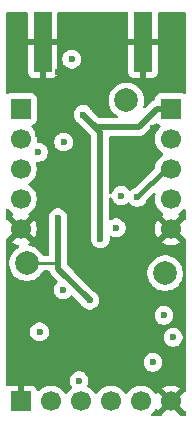
<source format=gbr>
%TF.GenerationSoftware,KiCad,Pcbnew,9.0.2*%
%TF.CreationDate,2025-10-14T12:10:58+02:00*%
%TF.ProjectId,1p6V_to_m1p6V_bias_gum,31703656-5f74-46f5-9f6d-317036565f62,rev?*%
%TF.SameCoordinates,Original*%
%TF.FileFunction,Copper,L4,Bot*%
%TF.FilePolarity,Positive*%
%FSLAX46Y46*%
G04 Gerber Fmt 4.6, Leading zero omitted, Abs format (unit mm)*
G04 Created by KiCad (PCBNEW 9.0.2) date 2025-10-14 12:10:58*
%MOMM*%
%LPD*%
G01*
G04 APERTURE LIST*
%TA.AperFunction,ComponentPad*%
%ADD10C,2.000000*%
%TD*%
%TA.AperFunction,ComponentPad*%
%ADD11R,1.700000X1.700000*%
%TD*%
%TA.AperFunction,ComponentPad*%
%ADD12C,1.700000*%
%TD*%
%TA.AperFunction,SMDPad,CuDef*%
%ADD13R,1.500000X5.080000*%
%TD*%
%TA.AperFunction,ViaPad*%
%ADD14C,0.600000*%
%TD*%
%TA.AperFunction,Conductor*%
%ADD15C,0.500000*%
%TD*%
%TA.AperFunction,Conductor*%
%ADD16C,0.400000*%
%TD*%
%TA.AperFunction,Conductor*%
%ADD17C,0.250000*%
%TD*%
G04 APERTURE END LIST*
D10*
%TO.P,TP1,1*%
%TO.N,/3.3VA*%
X82750000Y-75200000D03*
%TD*%
D11*
%TO.P,CG1,A1,5V*%
%TO.N,/5V*%
X82240000Y-62150000D03*
D12*
%TO.P,CG1,A2,3V3*%
%TO.N,/3.3V*%
X82240000Y-64690000D03*
%TO.P,CG1,A3,SDA*%
%TO.N,/SDA*%
X82240000Y-67230000D03*
%TO.P,CG1,A4,SCL*%
%TO.N,/SCL*%
X82240000Y-69770000D03*
%TO.P,CG1,A5,GND*%
%TO.N,GND*%
X82240000Y-72310000D03*
D11*
%TO.P,CG1,B1,5V*%
%TO.N,/5V*%
X94940000Y-62150000D03*
D12*
%TO.P,CG1,B2,VDDIO*%
%TO.N,unconnected-(CG1-VDDIO-PadB2)*%
X94940000Y-64690000D03*
%TO.P,CG1,B3,-5V*%
%TO.N,/-5V*%
X94940000Y-67230000D03*
%TO.P,CG1,B4,ENABLE*%
%TO.N,/enable*%
X94940000Y-69770000D03*
%TO.P,CG1,B5,GND*%
%TO.N,GND*%
X94940000Y-72310000D03*
D11*
%TO.P,CG1,C1,GND*%
X82240000Y-86915000D03*
D12*
%TO.P,CG1,C2,OUT_1*%
%TO.N,/V_bias*%
X84780000Y-86915000D03*
%TO.P,CG1,C3,OUT_2*%
X87320000Y-86915000D03*
%TO.P,CG1,C4,OUT_3*%
%TO.N,/Vout_diff*%
X89860000Y-86915000D03*
%TO.P,CG1,C5,OUT_4*%
%TO.N,/Vout_B*%
X92400000Y-86915000D03*
%TO.P,CG1,C6,GND*%
%TO.N,GND*%
X94940000Y-86915000D03*
%TD*%
D10*
%TO.P,TP4,1*%
%TO.N,/V_bias*%
X91175000Y-61425000D03*
%TD*%
D13*
%TO.P,J1,2,Ext*%
%TO.N,GND*%
X84075000Y-56500000D03*
X92575000Y-56500000D03*
%TD*%
D10*
%TO.P,TP2,1*%
%TO.N,/-3.3VA*%
X94450000Y-76050000D03*
%TD*%
D14*
%TO.N,GND*%
X90050000Y-75575000D03*
X83700000Y-64275000D03*
X85377500Y-58997500D03*
X93720000Y-85730000D03*
X95370000Y-58380000D03*
X92250000Y-74375000D03*
X86330000Y-69450000D03*
X81630000Y-59580000D03*
X90125000Y-82375000D03*
X95390000Y-59620000D03*
X93425000Y-63800000D03*
X95390000Y-55980000D03*
X81630000Y-57200000D03*
X87950000Y-66300000D03*
X81630000Y-55940000D03*
X93450000Y-60825000D03*
X92625000Y-78675000D03*
X81610000Y-58340000D03*
X95390000Y-57240000D03*
%TO.N,/enable*%
X95120000Y-81490000D03*
X90300000Y-72225000D03*
X90719975Y-69480025D03*
%TO.N,/5V*%
X88950000Y-73135000D03*
X93420000Y-83600000D03*
X87500000Y-62625000D03*
%TO.N,/-5V*%
X92081251Y-69631251D03*
%TO.N,/3.3VA*%
X88060000Y-78330000D03*
X94350000Y-79625000D03*
X85375000Y-71375000D03*
%TO.N,/V_bias*%
X86550000Y-57925000D03*
X83820000Y-81030000D03*
%TO.N,Net-(U1-FB)*%
X87160000Y-85170000D03*
X85810000Y-77470000D03*
%TO.N,/SCL*%
X85857500Y-64950000D03*
%TO.N,/SDA*%
X83707264Y-65822753D03*
%TD*%
D15*
%TO.N,/5V*%
X93758636Y-62150000D02*
X94940000Y-62150000D01*
X88950000Y-64075000D02*
X88950000Y-73135000D01*
X87500000Y-62625000D02*
X88575000Y-63700000D01*
X87500000Y-62625000D02*
X88950000Y-64075000D01*
X88575000Y-63700000D02*
X92208636Y-63700000D01*
X92208636Y-63700000D02*
X93758636Y-62150000D01*
D16*
%TO.N,/-5V*%
X94940000Y-67230000D02*
X94482502Y-67230000D01*
X94482502Y-67230000D02*
X92081251Y-69631251D01*
D15*
%TO.N,/3.3VA*%
X85400000Y-75670000D02*
X88060000Y-78330000D01*
X85400000Y-71400000D02*
X85400000Y-75325000D01*
X85375000Y-71375000D02*
X85400000Y-71400000D01*
X85400000Y-75325000D02*
X85400000Y-75670000D01*
D17*
X85275000Y-75200000D02*
X85400000Y-75325000D01*
X82750000Y-75200000D02*
X85275000Y-75200000D01*
%TD*%
%TA.AperFunction,Conductor*%
%TO.N,GND*%
G36*
X94474075Y-87107993D02*
G01*
X94539901Y-87222007D01*
X94632993Y-87315099D01*
X94747007Y-87380925D01*
X94810590Y-87397962D01*
X94178282Y-88030269D01*
X94179109Y-88040770D01*
X94164745Y-88109148D01*
X94115694Y-88158905D01*
X94055491Y-88174500D01*
X93345689Y-88174500D01*
X93278650Y-88154815D01*
X93232895Y-88102011D01*
X93222951Y-88032853D01*
X93251976Y-87969297D01*
X93272804Y-87950181D01*
X93279792Y-87945104D01*
X93430104Y-87794792D01*
X93430106Y-87794788D01*
X93430109Y-87794786D01*
X93506055Y-87690254D01*
X93555051Y-87622816D01*
X93559793Y-87613508D01*
X93607763Y-87562711D01*
X93675583Y-87545911D01*
X93741719Y-87568445D01*
X93780763Y-87613500D01*
X93785373Y-87622547D01*
X93824728Y-87676716D01*
X94457037Y-87044408D01*
X94474075Y-87107993D01*
G37*
%TD.AperFunction*%
%TA.AperFunction,Conductor*%
G36*
X96055269Y-87676716D02*
G01*
X96065770Y-87675890D01*
X96134148Y-87690254D01*
X96183905Y-87739305D01*
X96199500Y-87799508D01*
X96199500Y-88050500D01*
X96179815Y-88117539D01*
X96127011Y-88163294D01*
X96075500Y-88174500D01*
X95824509Y-88174500D01*
X95757470Y-88154815D01*
X95711715Y-88102011D01*
X95700891Y-88040772D01*
X95701717Y-88030270D01*
X95069408Y-87397962D01*
X95132993Y-87380925D01*
X95247007Y-87315099D01*
X95340099Y-87222007D01*
X95405925Y-87107993D01*
X95422962Y-87044408D01*
X96055269Y-87676716D01*
G37*
%TD.AperFunction*%
%TA.AperFunction,Conductor*%
G36*
X82768039Y-53950185D02*
G01*
X82813794Y-54002989D01*
X82825000Y-54054500D01*
X82825000Y-56250000D01*
X85325000Y-56250000D01*
X85325000Y-54054500D01*
X85344685Y-53987461D01*
X85397489Y-53941706D01*
X85449000Y-53930500D01*
X91201000Y-53930500D01*
X91268039Y-53950185D01*
X91313794Y-54002989D01*
X91325000Y-54054500D01*
X91325000Y-56250000D01*
X93825000Y-56250000D01*
X93825000Y-54054500D01*
X93844685Y-53987461D01*
X93897489Y-53941706D01*
X93949000Y-53930500D01*
X96075500Y-53930500D01*
X96142539Y-53950185D01*
X96188294Y-54002989D01*
X96199500Y-54054500D01*
X96199500Y-60739960D01*
X96179815Y-60806999D01*
X96127011Y-60852754D01*
X96057853Y-60862698D01*
X96032167Y-60856142D01*
X95897482Y-60805908D01*
X95897483Y-60805908D01*
X95837883Y-60799501D01*
X95837881Y-60799500D01*
X95837873Y-60799500D01*
X95837864Y-60799500D01*
X94042129Y-60799500D01*
X94042123Y-60799501D01*
X93982516Y-60805908D01*
X93847671Y-60856202D01*
X93847664Y-60856206D01*
X93732455Y-60942452D01*
X93732452Y-60942455D01*
X93646206Y-61057664D01*
X93646202Y-61057671D01*
X93595908Y-61192517D01*
X93589501Y-61252116D01*
X93589501Y-61252123D01*
X93589500Y-61252135D01*
X93589500Y-61324869D01*
X93584936Y-61340409D01*
X93585371Y-61356602D01*
X93575294Y-61373245D01*
X93569815Y-61391908D01*
X93557194Y-61403143D01*
X93549186Y-61416372D01*
X93525166Y-61431657D01*
X93520017Y-61436242D01*
X93516530Y-61437948D01*
X93403141Y-61484916D01*
X93362281Y-61512218D01*
X93355373Y-61516833D01*
X93355366Y-61516837D01*
X93280225Y-61567043D01*
X93280220Y-61567047D01*
X92795680Y-62051587D01*
X92734357Y-62085072D01*
X92664665Y-62080088D01*
X92608732Y-62038216D01*
X92584315Y-61972752D01*
X92590067Y-61925590D01*
X92638553Y-61776368D01*
X92671706Y-61567048D01*
X92675500Y-61543097D01*
X92675500Y-61306902D01*
X92638553Y-61073631D01*
X92595931Y-60942455D01*
X92565568Y-60849008D01*
X92565566Y-60849005D01*
X92565566Y-60849003D01*
X92458342Y-60638566D01*
X92319517Y-60447490D01*
X92152510Y-60280483D01*
X91961433Y-60141657D01*
X91750996Y-60034433D01*
X91526368Y-59961446D01*
X91293097Y-59924500D01*
X91293092Y-59924500D01*
X91056908Y-59924500D01*
X91056903Y-59924500D01*
X90823631Y-59961446D01*
X90599003Y-60034433D01*
X90388566Y-60141657D01*
X90279550Y-60220862D01*
X90197490Y-60280483D01*
X90197488Y-60280485D01*
X90197487Y-60280485D01*
X90030485Y-60447487D01*
X90030485Y-60447488D01*
X90030483Y-60447490D01*
X89970862Y-60529550D01*
X89891657Y-60638566D01*
X89784433Y-60849003D01*
X89711446Y-61073631D01*
X89674500Y-61306902D01*
X89674500Y-61543097D01*
X89711446Y-61776368D01*
X89784433Y-62000996D01*
X89891657Y-62211433D01*
X90030483Y-62402510D01*
X90197490Y-62569517D01*
X90340797Y-62673636D01*
X90388568Y-62708344D01*
X90401661Y-62715015D01*
X90452458Y-62762989D01*
X90469253Y-62830810D01*
X90446716Y-62896945D01*
X90392001Y-62940397D01*
X90345367Y-62949500D01*
X88937229Y-62949500D01*
X88870190Y-62929815D01*
X88849548Y-62913181D01*
X88246071Y-62309703D01*
X88219191Y-62269475D01*
X88209394Y-62245821D01*
X88186417Y-62211433D01*
X88121789Y-62114710D01*
X88010292Y-62003213D01*
X88010288Y-62003210D01*
X87879185Y-61915609D01*
X87879172Y-61915602D01*
X87733501Y-61855264D01*
X87733489Y-61855261D01*
X87578845Y-61824500D01*
X87578842Y-61824500D01*
X87421158Y-61824500D01*
X87421155Y-61824500D01*
X87266510Y-61855261D01*
X87266498Y-61855264D01*
X87120827Y-61915602D01*
X87120814Y-61915609D01*
X86989711Y-62003210D01*
X86989707Y-62003213D01*
X86878213Y-62114707D01*
X86878210Y-62114711D01*
X86790609Y-62245814D01*
X86790602Y-62245827D01*
X86730264Y-62391498D01*
X86730261Y-62391510D01*
X86699500Y-62546153D01*
X86699500Y-62703846D01*
X86730261Y-62858489D01*
X86730264Y-62858501D01*
X86790602Y-63004172D01*
X86790609Y-63004185D01*
X86878210Y-63135288D01*
X86878213Y-63135292D01*
X86989710Y-63246789D01*
X87120815Y-63334390D01*
X87120821Y-63334394D01*
X87144475Y-63344191D01*
X87184703Y-63371071D01*
X88163181Y-64349548D01*
X88196666Y-64410871D01*
X88199500Y-64437229D01*
X88199500Y-72830396D01*
X88190062Y-72877844D01*
X88180263Y-72901503D01*
X88180262Y-72901506D01*
X88180260Y-72901511D01*
X88149500Y-73056153D01*
X88149500Y-73213846D01*
X88180261Y-73368489D01*
X88180264Y-73368501D01*
X88240602Y-73514172D01*
X88240609Y-73514185D01*
X88328210Y-73645288D01*
X88328213Y-73645292D01*
X88439707Y-73756786D01*
X88439711Y-73756789D01*
X88570814Y-73844390D01*
X88570827Y-73844397D01*
X88641222Y-73873555D01*
X88716503Y-73904737D01*
X88871153Y-73935499D01*
X88871156Y-73935500D01*
X88871158Y-73935500D01*
X89028844Y-73935500D01*
X89028845Y-73935499D01*
X89183497Y-73904737D01*
X89329179Y-73844394D01*
X89460289Y-73756789D01*
X89571789Y-73645289D01*
X89659394Y-73514179D01*
X89719737Y-73368497D01*
X89750500Y-73213842D01*
X89750500Y-73056158D01*
X89750500Y-73050066D01*
X89753209Y-73050066D01*
X89764049Y-72992906D01*
X89812113Y-72942195D01*
X89879964Y-72925519D01*
X89921884Y-72934834D01*
X90066503Y-72994737D01*
X90221153Y-73025499D01*
X90221156Y-73025500D01*
X90221158Y-73025500D01*
X90378844Y-73025500D01*
X90378845Y-73025499D01*
X90533497Y-72994737D01*
X90660346Y-72942195D01*
X90679172Y-72934397D01*
X90679172Y-72934396D01*
X90679179Y-72934394D01*
X90810289Y-72846789D01*
X90921789Y-72735289D01*
X91009394Y-72604179D01*
X91069737Y-72458497D01*
X91100500Y-72303842D01*
X91100500Y-72146158D01*
X91100500Y-72146155D01*
X91100499Y-72146153D01*
X91094701Y-72117007D01*
X91069737Y-71991503D01*
X91035937Y-71909901D01*
X91009397Y-71845827D01*
X91009390Y-71845814D01*
X90921789Y-71714711D01*
X90921786Y-71714707D01*
X90810292Y-71603213D01*
X90810288Y-71603210D01*
X90679185Y-71515609D01*
X90679172Y-71515602D01*
X90533501Y-71455264D01*
X90533489Y-71455261D01*
X90378845Y-71424500D01*
X90378842Y-71424500D01*
X90221158Y-71424500D01*
X90221155Y-71424500D01*
X90066510Y-71455261D01*
X90066498Y-71455264D01*
X89920827Y-71515602D01*
X89920816Y-71515608D01*
X89893390Y-71533934D01*
X89826712Y-71554811D01*
X89759332Y-71536326D01*
X89712643Y-71484346D01*
X89700500Y-71430831D01*
X89700500Y-69716998D01*
X89720185Y-69649959D01*
X89772989Y-69604204D01*
X89842147Y-69594260D01*
X89905703Y-69623285D01*
X89943477Y-69682063D01*
X89946117Y-69692807D01*
X89950236Y-69713514D01*
X89950239Y-69713526D01*
X90010577Y-69859197D01*
X90010584Y-69859210D01*
X90098185Y-69990313D01*
X90098188Y-69990317D01*
X90209682Y-70101811D01*
X90209686Y-70101814D01*
X90340789Y-70189415D01*
X90340802Y-70189422D01*
X90486473Y-70249760D01*
X90486478Y-70249762D01*
X90641128Y-70280524D01*
X90641131Y-70280525D01*
X90641133Y-70280525D01*
X90798819Y-70280525D01*
X90798820Y-70280524D01*
X90953472Y-70249762D01*
X91066141Y-70203092D01*
X91099147Y-70189422D01*
X91099147Y-70189421D01*
X91099154Y-70189419D01*
X91230264Y-70101814D01*
X91244905Y-70087172D01*
X91306226Y-70053687D01*
X91375917Y-70058670D01*
X91431852Y-70100540D01*
X91435689Y-70105962D01*
X91459461Y-70141539D01*
X91459464Y-70141543D01*
X91570958Y-70253037D01*
X91570962Y-70253040D01*
X91702065Y-70340641D01*
X91702078Y-70340648D01*
X91847749Y-70400986D01*
X91847754Y-70400988D01*
X92002404Y-70431750D01*
X92002407Y-70431751D01*
X92002409Y-70431751D01*
X92160095Y-70431751D01*
X92160096Y-70431750D01*
X92314748Y-70400988D01*
X92460430Y-70340645D01*
X92591540Y-70253040D01*
X92703040Y-70141540D01*
X92790645Y-70010430D01*
X92790646Y-70010427D01*
X92790648Y-70010424D01*
X92850443Y-69866063D01*
X92877320Y-69825837D01*
X93437235Y-69265922D01*
X93498556Y-69232439D01*
X93568248Y-69237423D01*
X93624181Y-69279295D01*
X93648598Y-69344759D01*
X93642845Y-69391922D01*
X93622754Y-69453755D01*
X93622753Y-69453759D01*
X93589500Y-69663713D01*
X93589500Y-69876286D01*
X93617597Y-70053687D01*
X93622754Y-70086243D01*
X93685880Y-70280525D01*
X93688444Y-70288414D01*
X93784951Y-70477820D01*
X93909890Y-70649786D01*
X94060213Y-70800109D01*
X94232179Y-70925048D01*
X94232181Y-70925049D01*
X94232184Y-70925051D01*
X94241493Y-70929794D01*
X94292290Y-70977766D01*
X94309087Y-71045587D01*
X94286552Y-71111722D01*
X94241505Y-71150760D01*
X94232446Y-71155376D01*
X94232440Y-71155380D01*
X94178282Y-71194727D01*
X94178282Y-71194728D01*
X94810591Y-71827037D01*
X94747007Y-71844075D01*
X94632993Y-71909901D01*
X94539901Y-72002993D01*
X94474075Y-72117007D01*
X94457037Y-72180591D01*
X93824728Y-71548282D01*
X93824727Y-71548282D01*
X93785380Y-71602439D01*
X93688904Y-71791782D01*
X93623242Y-71993869D01*
X93623242Y-71993872D01*
X93590000Y-72203753D01*
X93590000Y-72416246D01*
X93623242Y-72626127D01*
X93623242Y-72626130D01*
X93688904Y-72828217D01*
X93785375Y-73017550D01*
X93824728Y-73071716D01*
X94457037Y-72439408D01*
X94474075Y-72502993D01*
X94539901Y-72617007D01*
X94632993Y-72710099D01*
X94747007Y-72775925D01*
X94810590Y-72792962D01*
X94178282Y-73425269D01*
X94178282Y-73425270D01*
X94232449Y-73464624D01*
X94421782Y-73561095D01*
X94623870Y-73626757D01*
X94833754Y-73660000D01*
X95046246Y-73660000D01*
X95256127Y-73626757D01*
X95256130Y-73626757D01*
X95458217Y-73561095D01*
X95647554Y-73464622D01*
X95701716Y-73425270D01*
X95701717Y-73425270D01*
X95069408Y-72792962D01*
X95132993Y-72775925D01*
X95247007Y-72710099D01*
X95340099Y-72617007D01*
X95405925Y-72502993D01*
X95422962Y-72439408D01*
X96055269Y-73071716D01*
X96065770Y-73070890D01*
X96134148Y-73085254D01*
X96183905Y-73134305D01*
X96199500Y-73194508D01*
X96199500Y-86030490D01*
X96179815Y-86097529D01*
X96127011Y-86143284D01*
X96065772Y-86154108D01*
X96055270Y-86153281D01*
X95422962Y-86785590D01*
X95405925Y-86722007D01*
X95340099Y-86607993D01*
X95247007Y-86514901D01*
X95132993Y-86449075D01*
X95069409Y-86432037D01*
X95701716Y-85799728D01*
X95647550Y-85760375D01*
X95458217Y-85663904D01*
X95256129Y-85598242D01*
X95046246Y-85565000D01*
X94833754Y-85565000D01*
X94623872Y-85598242D01*
X94623869Y-85598242D01*
X94421782Y-85663904D01*
X94232439Y-85760380D01*
X94178282Y-85799727D01*
X94178282Y-85799728D01*
X94810591Y-86432037D01*
X94747007Y-86449075D01*
X94632993Y-86514901D01*
X94539901Y-86607993D01*
X94474075Y-86722007D01*
X94457037Y-86785591D01*
X93824728Y-86153282D01*
X93824727Y-86153282D01*
X93785380Y-86207440D01*
X93785376Y-86207446D01*
X93780760Y-86216505D01*
X93732781Y-86267297D01*
X93664959Y-86284087D01*
X93598826Y-86261543D01*
X93559794Y-86216493D01*
X93555051Y-86207184D01*
X93555049Y-86207181D01*
X93555048Y-86207179D01*
X93430109Y-86035213D01*
X93279786Y-85884890D01*
X93107820Y-85759951D01*
X92918414Y-85663444D01*
X92918413Y-85663443D01*
X92918412Y-85663443D01*
X92716243Y-85597754D01*
X92716241Y-85597753D01*
X92716240Y-85597753D01*
X92554957Y-85572208D01*
X92506287Y-85564500D01*
X92293713Y-85564500D01*
X92245042Y-85572208D01*
X92083760Y-85597753D01*
X91881585Y-85663444D01*
X91692179Y-85759951D01*
X91520213Y-85884890D01*
X91369890Y-86035213D01*
X91244949Y-86207182D01*
X91240484Y-86215946D01*
X91192509Y-86266742D01*
X91124688Y-86283536D01*
X91058553Y-86260998D01*
X91019516Y-86215946D01*
X91015050Y-86207182D01*
X90890109Y-86035213D01*
X90739786Y-85884890D01*
X90567820Y-85759951D01*
X90378414Y-85663444D01*
X90378413Y-85663443D01*
X90378412Y-85663443D01*
X90176243Y-85597754D01*
X90176241Y-85597753D01*
X90176240Y-85597753D01*
X90014957Y-85572208D01*
X89966287Y-85564500D01*
X89753713Y-85564500D01*
X89705042Y-85572208D01*
X89543760Y-85597753D01*
X89341585Y-85663444D01*
X89152179Y-85759951D01*
X88980213Y-85884890D01*
X88829890Y-86035213D01*
X88704949Y-86207182D01*
X88700484Y-86215946D01*
X88652509Y-86266742D01*
X88584688Y-86283536D01*
X88518553Y-86260998D01*
X88479516Y-86215946D01*
X88475050Y-86207182D01*
X88350109Y-86035213D01*
X88199786Y-85884890D01*
X88027819Y-85759951D01*
X88027818Y-85759950D01*
X88027816Y-85759949D01*
X87927044Y-85708603D01*
X87876248Y-85660628D01*
X87859453Y-85592807D01*
X87868778Y-85550665D01*
X87869394Y-85549179D01*
X87929737Y-85403497D01*
X87960500Y-85248842D01*
X87960500Y-85091158D01*
X87960500Y-85091155D01*
X87960499Y-85091153D01*
X87929738Y-84936510D01*
X87929737Y-84936503D01*
X87929735Y-84936498D01*
X87869397Y-84790827D01*
X87869390Y-84790814D01*
X87781789Y-84659711D01*
X87781786Y-84659707D01*
X87670292Y-84548213D01*
X87670288Y-84548210D01*
X87539185Y-84460609D01*
X87539172Y-84460602D01*
X87393501Y-84400264D01*
X87393489Y-84400261D01*
X87238845Y-84369500D01*
X87238842Y-84369500D01*
X87081158Y-84369500D01*
X87081155Y-84369500D01*
X86926510Y-84400261D01*
X86926498Y-84400264D01*
X86780827Y-84460602D01*
X86780814Y-84460609D01*
X86649711Y-84548210D01*
X86649707Y-84548213D01*
X86538213Y-84659707D01*
X86538210Y-84659711D01*
X86450609Y-84790814D01*
X86450602Y-84790827D01*
X86390264Y-84936498D01*
X86390261Y-84936510D01*
X86359500Y-85091153D01*
X86359500Y-85248846D01*
X86390261Y-85403489D01*
X86390264Y-85403501D01*
X86450602Y-85549172D01*
X86450612Y-85549190D01*
X86531979Y-85670965D01*
X86552857Y-85737642D01*
X86534372Y-85805022D01*
X86501763Y-85840173D01*
X86440209Y-85884894D01*
X86289890Y-86035213D01*
X86164949Y-86207182D01*
X86160484Y-86215946D01*
X86112509Y-86266742D01*
X86044688Y-86283536D01*
X85978553Y-86260998D01*
X85939516Y-86215946D01*
X85935050Y-86207182D01*
X85810109Y-86035213D01*
X85659786Y-85884890D01*
X85487820Y-85759951D01*
X85298414Y-85663444D01*
X85298413Y-85663443D01*
X85298412Y-85663443D01*
X85096243Y-85597754D01*
X85096241Y-85597753D01*
X85096240Y-85597753D01*
X84934957Y-85572208D01*
X84886287Y-85564500D01*
X84673713Y-85564500D01*
X84625042Y-85572208D01*
X84463760Y-85597753D01*
X84261585Y-85663444D01*
X84072179Y-85759951D01*
X83900215Y-85884889D01*
X83786285Y-85998819D01*
X83724962Y-86032303D01*
X83655270Y-86027319D01*
X83599337Y-85985447D01*
X83582422Y-85954470D01*
X83533354Y-85822913D01*
X83533350Y-85822906D01*
X83447190Y-85707812D01*
X83447187Y-85707809D01*
X83332093Y-85621649D01*
X83332086Y-85621645D01*
X83197379Y-85571403D01*
X83197372Y-85571401D01*
X83137844Y-85565000D01*
X82490000Y-85565000D01*
X82490000Y-86481988D01*
X82432993Y-86449075D01*
X82305826Y-86415000D01*
X82174174Y-86415000D01*
X82047007Y-86449075D01*
X81990000Y-86481988D01*
X81990000Y-85565000D01*
X81342155Y-85565000D01*
X81282627Y-85571401D01*
X81282619Y-85571403D01*
X81147833Y-85621675D01*
X81078141Y-85626659D01*
X81016818Y-85593174D01*
X80983334Y-85531850D01*
X80980500Y-85505493D01*
X80980500Y-83521153D01*
X92619500Y-83521153D01*
X92619500Y-83678846D01*
X92650261Y-83833489D01*
X92650264Y-83833501D01*
X92710602Y-83979172D01*
X92710609Y-83979185D01*
X92798210Y-84110288D01*
X92798213Y-84110292D01*
X92909707Y-84221786D01*
X92909711Y-84221789D01*
X93040814Y-84309390D01*
X93040827Y-84309397D01*
X93185931Y-84369500D01*
X93186503Y-84369737D01*
X93339967Y-84400263D01*
X93341153Y-84400499D01*
X93341156Y-84400500D01*
X93341158Y-84400500D01*
X93498844Y-84400500D01*
X93498845Y-84400499D01*
X93653497Y-84369737D01*
X93799179Y-84309394D01*
X93930289Y-84221789D01*
X94041789Y-84110289D01*
X94129394Y-83979179D01*
X94189737Y-83833497D01*
X94220500Y-83678842D01*
X94220500Y-83521158D01*
X94220500Y-83521155D01*
X94220499Y-83521153D01*
X94189738Y-83366510D01*
X94189737Y-83366503D01*
X94189735Y-83366498D01*
X94129397Y-83220827D01*
X94129390Y-83220814D01*
X94041789Y-83089711D01*
X94041786Y-83089707D01*
X93930292Y-82978213D01*
X93930288Y-82978210D01*
X93799185Y-82890609D01*
X93799172Y-82890602D01*
X93653501Y-82830264D01*
X93653489Y-82830261D01*
X93498845Y-82799500D01*
X93498842Y-82799500D01*
X93341158Y-82799500D01*
X93341155Y-82799500D01*
X93186510Y-82830261D01*
X93186498Y-82830264D01*
X93040827Y-82890602D01*
X93040814Y-82890609D01*
X92909711Y-82978210D01*
X92909707Y-82978213D01*
X92798213Y-83089707D01*
X92798210Y-83089711D01*
X92710609Y-83220814D01*
X92710602Y-83220827D01*
X92650264Y-83366498D01*
X92650261Y-83366510D01*
X92619500Y-83521153D01*
X80980500Y-83521153D01*
X80980500Y-80951153D01*
X83019500Y-80951153D01*
X83019500Y-81108846D01*
X83050261Y-81263489D01*
X83050264Y-81263501D01*
X83110602Y-81409172D01*
X83110609Y-81409185D01*
X83198210Y-81540288D01*
X83198213Y-81540292D01*
X83309707Y-81651786D01*
X83309711Y-81651789D01*
X83440814Y-81739390D01*
X83440827Y-81739397D01*
X83586498Y-81799735D01*
X83586503Y-81799737D01*
X83741153Y-81830499D01*
X83741156Y-81830500D01*
X83741158Y-81830500D01*
X83898844Y-81830500D01*
X83898845Y-81830499D01*
X84053497Y-81799737D01*
X84199179Y-81739394D01*
X84330289Y-81651789D01*
X84441789Y-81540289D01*
X84528075Y-81411153D01*
X94319500Y-81411153D01*
X94319500Y-81568846D01*
X94350261Y-81723489D01*
X94350264Y-81723501D01*
X94410602Y-81869172D01*
X94410609Y-81869185D01*
X94498210Y-82000288D01*
X94498213Y-82000292D01*
X94609707Y-82111786D01*
X94609711Y-82111789D01*
X94740814Y-82199390D01*
X94740827Y-82199397D01*
X94886498Y-82259735D01*
X94886503Y-82259737D01*
X95041153Y-82290499D01*
X95041156Y-82290500D01*
X95041158Y-82290500D01*
X95198844Y-82290500D01*
X95198845Y-82290499D01*
X95353497Y-82259737D01*
X95499179Y-82199394D01*
X95630289Y-82111789D01*
X95741789Y-82000289D01*
X95829394Y-81869179D01*
X95889737Y-81723497D01*
X95920500Y-81568842D01*
X95920500Y-81411158D01*
X95920500Y-81411155D01*
X95920499Y-81411153D01*
X95891128Y-81263497D01*
X95889737Y-81256503D01*
X95889735Y-81256498D01*
X95829397Y-81110827D01*
X95829390Y-81110814D01*
X95741789Y-80979711D01*
X95741786Y-80979707D01*
X95630292Y-80868213D01*
X95630288Y-80868210D01*
X95499185Y-80780609D01*
X95499172Y-80780602D01*
X95353501Y-80720264D01*
X95353489Y-80720261D01*
X95198845Y-80689500D01*
X95198842Y-80689500D01*
X95041158Y-80689500D01*
X95041155Y-80689500D01*
X94886510Y-80720261D01*
X94886498Y-80720264D01*
X94740827Y-80780602D01*
X94740814Y-80780609D01*
X94609711Y-80868210D01*
X94609707Y-80868213D01*
X94498213Y-80979707D01*
X94498210Y-80979711D01*
X94410609Y-81110814D01*
X94410602Y-81110827D01*
X94350264Y-81256498D01*
X94350261Y-81256510D01*
X94319500Y-81411153D01*
X84528075Y-81411153D01*
X84529394Y-81409179D01*
X84529395Y-81409176D01*
X84529397Y-81409173D01*
X84550753Y-81357614D01*
X84589735Y-81263501D01*
X84589737Y-81263497D01*
X84620500Y-81108842D01*
X84620500Y-80951158D01*
X84620500Y-80951155D01*
X84620499Y-80951153D01*
X84604001Y-80868213D01*
X84589737Y-80796503D01*
X84558157Y-80720261D01*
X84529397Y-80650827D01*
X84529390Y-80650814D01*
X84441789Y-80519711D01*
X84441786Y-80519707D01*
X84330292Y-80408213D01*
X84330288Y-80408210D01*
X84199185Y-80320609D01*
X84199172Y-80320602D01*
X84053501Y-80260264D01*
X84053489Y-80260261D01*
X83898845Y-80229500D01*
X83898842Y-80229500D01*
X83741158Y-80229500D01*
X83741155Y-80229500D01*
X83586510Y-80260261D01*
X83586498Y-80260264D01*
X83440827Y-80320602D01*
X83440814Y-80320609D01*
X83309711Y-80408210D01*
X83309707Y-80408213D01*
X83198213Y-80519707D01*
X83198210Y-80519711D01*
X83110609Y-80650814D01*
X83110602Y-80650827D01*
X83050264Y-80796498D01*
X83050261Y-80796510D01*
X83019500Y-80951153D01*
X80980500Y-80951153D01*
X80980500Y-79546153D01*
X93549500Y-79546153D01*
X93549500Y-79703846D01*
X93580261Y-79858489D01*
X93580264Y-79858501D01*
X93640602Y-80004172D01*
X93640609Y-80004185D01*
X93728210Y-80135288D01*
X93728213Y-80135292D01*
X93839707Y-80246786D01*
X93839711Y-80246789D01*
X93970814Y-80334390D01*
X93970827Y-80334397D01*
X94116498Y-80394735D01*
X94116503Y-80394737D01*
X94271153Y-80425499D01*
X94271156Y-80425500D01*
X94271158Y-80425500D01*
X94428844Y-80425500D01*
X94428845Y-80425499D01*
X94583497Y-80394737D01*
X94729179Y-80334394D01*
X94860289Y-80246789D01*
X94971789Y-80135289D01*
X95059394Y-80004179D01*
X95119737Y-79858497D01*
X95150500Y-79703842D01*
X95150500Y-79546158D01*
X95150500Y-79546155D01*
X95150499Y-79546153D01*
X95119738Y-79391510D01*
X95119737Y-79391503D01*
X95119735Y-79391498D01*
X95059397Y-79245827D01*
X95059390Y-79245814D01*
X94971789Y-79114711D01*
X94971786Y-79114707D01*
X94860292Y-79003213D01*
X94860288Y-79003210D01*
X94729185Y-78915609D01*
X94729172Y-78915602D01*
X94583501Y-78855264D01*
X94583489Y-78855261D01*
X94428845Y-78824500D01*
X94428842Y-78824500D01*
X94271158Y-78824500D01*
X94271155Y-78824500D01*
X94116510Y-78855261D01*
X94116498Y-78855264D01*
X93970827Y-78915602D01*
X93970814Y-78915609D01*
X93839711Y-79003210D01*
X93839707Y-79003213D01*
X93728213Y-79114707D01*
X93728210Y-79114711D01*
X93640609Y-79245814D01*
X93640602Y-79245827D01*
X93580264Y-79391498D01*
X93580261Y-79391510D01*
X93549500Y-79546153D01*
X80980500Y-79546153D01*
X80980500Y-73194508D01*
X81000185Y-73127469D01*
X81052989Y-73081714D01*
X81114230Y-73070890D01*
X81124728Y-73071716D01*
X81757037Y-72439408D01*
X81774075Y-72502993D01*
X81839901Y-72617007D01*
X81932993Y-72710099D01*
X82047007Y-72775925D01*
X82110590Y-72792962D01*
X81478282Y-73425269D01*
X81478282Y-73425270D01*
X81532449Y-73464624D01*
X81721782Y-73561095D01*
X81923869Y-73626757D01*
X81923873Y-73626758D01*
X82011258Y-73640598D01*
X82074393Y-73670527D01*
X82111325Y-73729838D01*
X82110327Y-73799700D01*
X82071718Y-73857933D01*
X82048157Y-73873555D01*
X81963569Y-73916655D01*
X81868028Y-73986070D01*
X81772490Y-74055483D01*
X81772488Y-74055485D01*
X81772487Y-74055485D01*
X81605485Y-74222487D01*
X81605485Y-74222488D01*
X81605483Y-74222490D01*
X81545862Y-74304550D01*
X81466657Y-74413566D01*
X81359433Y-74624003D01*
X81286446Y-74848631D01*
X81249500Y-75081902D01*
X81249500Y-75318097D01*
X81286446Y-75551368D01*
X81359433Y-75775996D01*
X81438872Y-75931902D01*
X81466657Y-75986433D01*
X81605483Y-76177510D01*
X81772490Y-76344517D01*
X81963567Y-76483343D01*
X82062991Y-76534002D01*
X82174003Y-76590566D01*
X82174005Y-76590566D01*
X82174008Y-76590568D01*
X82283032Y-76625992D01*
X82398631Y-76663553D01*
X82631903Y-76700500D01*
X82631908Y-76700500D01*
X82868097Y-76700500D01*
X83101368Y-76663553D01*
X83129538Y-76654400D01*
X83325992Y-76590568D01*
X83536433Y-76483343D01*
X83727510Y-76344517D01*
X83894517Y-76177510D01*
X84033343Y-75986433D01*
X84078665Y-75897483D01*
X84080845Y-75893205D01*
X84128820Y-75842409D01*
X84191330Y-75825500D01*
X84569221Y-75825500D01*
X84586064Y-75830445D01*
X84603622Y-75830367D01*
X84618895Y-75840086D01*
X84636260Y-75845185D01*
X84647872Y-75858526D01*
X84662569Y-75867878D01*
X84678873Y-75894140D01*
X84681783Y-75897483D01*
X84682832Y-75899754D01*
X84734916Y-76025495D01*
X84749057Y-76046658D01*
X84754445Y-76054722D01*
X84754446Y-76054724D01*
X84817051Y-76148420D01*
X85323031Y-76654400D01*
X85356516Y-76715723D01*
X85351532Y-76785415D01*
X85309660Y-76841348D01*
X85304247Y-76845179D01*
X85299713Y-76848208D01*
X85299707Y-76848213D01*
X85188213Y-76959707D01*
X85188210Y-76959711D01*
X85100609Y-77090814D01*
X85100602Y-77090827D01*
X85040264Y-77236498D01*
X85040261Y-77236510D01*
X85009500Y-77391153D01*
X85009500Y-77548846D01*
X85040261Y-77703489D01*
X85040264Y-77703501D01*
X85100602Y-77849172D01*
X85100609Y-77849185D01*
X85188210Y-77980288D01*
X85188213Y-77980292D01*
X85299707Y-78091786D01*
X85299711Y-78091789D01*
X85430814Y-78179390D01*
X85430827Y-78179397D01*
X85576498Y-78239735D01*
X85576503Y-78239737D01*
X85731153Y-78270499D01*
X85731156Y-78270500D01*
X85731158Y-78270500D01*
X85888844Y-78270500D01*
X85888845Y-78270499D01*
X86043497Y-78239737D01*
X86189179Y-78179394D01*
X86320289Y-78091789D01*
X86431789Y-77980289D01*
X86434813Y-77975763D01*
X86488421Y-77930955D01*
X86557746Y-77922243D01*
X86620775Y-77952394D01*
X86625599Y-77956967D01*
X87313927Y-78645295D01*
X87340807Y-78685523D01*
X87350604Y-78709175D01*
X87350609Y-78709185D01*
X87438210Y-78840288D01*
X87438213Y-78840292D01*
X87549707Y-78951786D01*
X87549711Y-78951789D01*
X87680814Y-79039390D01*
X87680827Y-79039397D01*
X87826498Y-79099735D01*
X87826503Y-79099737D01*
X87981153Y-79130499D01*
X87981156Y-79130500D01*
X87981158Y-79130500D01*
X88138844Y-79130500D01*
X88138845Y-79130499D01*
X88293497Y-79099737D01*
X88439179Y-79039394D01*
X88570289Y-78951789D01*
X88681789Y-78840289D01*
X88769394Y-78709179D01*
X88829737Y-78563497D01*
X88860500Y-78408842D01*
X88860500Y-78251158D01*
X88860500Y-78251155D01*
X88860499Y-78251153D01*
X88829738Y-78096510D01*
X88829737Y-78096503D01*
X88781602Y-77980294D01*
X88769397Y-77950827D01*
X88769390Y-77950814D01*
X88681789Y-77819711D01*
X88681786Y-77819707D01*
X88570292Y-77708213D01*
X88570288Y-77708210D01*
X88439185Y-77620609D01*
X88439175Y-77620604D01*
X88415523Y-77610807D01*
X88375295Y-77583927D01*
X86723270Y-75931902D01*
X92949500Y-75931902D01*
X92949500Y-76168097D01*
X92986446Y-76401368D01*
X93059433Y-76625996D01*
X93105152Y-76715723D01*
X93166657Y-76836433D01*
X93305483Y-77027510D01*
X93472490Y-77194517D01*
X93663567Y-77333343D01*
X93762991Y-77384002D01*
X93874003Y-77440566D01*
X93874005Y-77440566D01*
X93874008Y-77440568D01*
X93994412Y-77479689D01*
X94098631Y-77513553D01*
X94331903Y-77550500D01*
X94331908Y-77550500D01*
X94568097Y-77550500D01*
X94801368Y-77513553D01*
X95025992Y-77440568D01*
X95236433Y-77333343D01*
X95427510Y-77194517D01*
X95594517Y-77027510D01*
X95733343Y-76836433D01*
X95840568Y-76625992D01*
X95913553Y-76401368D01*
X95922558Y-76344514D01*
X95950500Y-76168097D01*
X95950500Y-75931902D01*
X95913553Y-75698631D01*
X95840566Y-75474003D01*
X95782036Y-75359132D01*
X95733343Y-75263567D01*
X95594517Y-75072490D01*
X95427510Y-74905483D01*
X95236433Y-74766657D01*
X95025996Y-74659433D01*
X94801368Y-74586446D01*
X94568097Y-74549500D01*
X94568092Y-74549500D01*
X94331908Y-74549500D01*
X94331903Y-74549500D01*
X94098631Y-74586446D01*
X93874003Y-74659433D01*
X93663566Y-74766657D01*
X93554550Y-74845862D01*
X93472490Y-74905483D01*
X93472488Y-74905485D01*
X93472487Y-74905485D01*
X93305485Y-75072487D01*
X93305485Y-75072488D01*
X93305483Y-75072490D01*
X93245862Y-75154550D01*
X93166657Y-75263566D01*
X93059433Y-75474003D01*
X92986446Y-75698631D01*
X92949500Y-75931902D01*
X86723270Y-75931902D01*
X86186819Y-75395451D01*
X86153334Y-75334128D01*
X86150500Y-75307770D01*
X86150500Y-71591735D01*
X86152883Y-71567543D01*
X86175500Y-71453844D01*
X86175500Y-71296155D01*
X86175499Y-71296153D01*
X86147497Y-71155380D01*
X86144737Y-71141503D01*
X86136037Y-71120500D01*
X86084397Y-70995827D01*
X86084390Y-70995814D01*
X85996789Y-70864711D01*
X85996786Y-70864707D01*
X85885292Y-70753213D01*
X85885288Y-70753210D01*
X85754185Y-70665609D01*
X85754172Y-70665602D01*
X85608501Y-70605264D01*
X85608489Y-70605261D01*
X85453845Y-70574500D01*
X85453842Y-70574500D01*
X85296158Y-70574500D01*
X85296155Y-70574500D01*
X85141510Y-70605261D01*
X85141498Y-70605264D01*
X84995827Y-70665602D01*
X84995814Y-70665609D01*
X84864711Y-70753210D01*
X84864707Y-70753213D01*
X84753213Y-70864707D01*
X84753210Y-70864711D01*
X84665609Y-70995814D01*
X84665602Y-70995827D01*
X84605264Y-71141498D01*
X84605261Y-71141510D01*
X84574500Y-71296153D01*
X84574500Y-71453846D01*
X84605261Y-71608489D01*
X84605264Y-71608501D01*
X84640061Y-71692508D01*
X84649500Y-71739960D01*
X84649500Y-74450500D01*
X84629815Y-74517539D01*
X84577011Y-74563294D01*
X84525500Y-74574500D01*
X84191330Y-74574500D01*
X84124291Y-74554815D01*
X84080845Y-74506795D01*
X84033342Y-74413566D01*
X83894517Y-74222490D01*
X83727510Y-74055483D01*
X83536433Y-73916657D01*
X83451841Y-73873555D01*
X83325996Y-73809433D01*
X83101369Y-73736447D01*
X82953985Y-73713103D01*
X82890851Y-73683173D01*
X82853920Y-73623862D01*
X82854918Y-73553999D01*
X82893528Y-73495767D01*
X82917091Y-73480144D01*
X82947554Y-73464622D01*
X83001716Y-73425270D01*
X83001717Y-73425270D01*
X82369408Y-72792962D01*
X82432993Y-72775925D01*
X82547007Y-72710099D01*
X82640099Y-72617007D01*
X82705925Y-72502993D01*
X82722962Y-72439408D01*
X83355270Y-73071717D01*
X83355270Y-73071716D01*
X83394622Y-73017554D01*
X83491095Y-72828217D01*
X83556757Y-72626130D01*
X83556757Y-72626127D01*
X83590000Y-72416246D01*
X83590000Y-72203753D01*
X83556757Y-71993872D01*
X83556757Y-71993869D01*
X83491095Y-71791782D01*
X83394624Y-71602449D01*
X83355270Y-71548282D01*
X83355269Y-71548282D01*
X82722962Y-72180590D01*
X82705925Y-72117007D01*
X82640099Y-72002993D01*
X82547007Y-71909901D01*
X82432993Y-71844075D01*
X82369409Y-71827037D01*
X83001716Y-71194728D01*
X82947547Y-71155373D01*
X82947547Y-71155372D01*
X82938500Y-71150763D01*
X82887706Y-71102788D01*
X82870912Y-71034966D01*
X82893451Y-70968832D01*
X82938508Y-70929793D01*
X82947816Y-70925051D01*
X83027007Y-70867515D01*
X83119786Y-70800109D01*
X83119788Y-70800106D01*
X83119792Y-70800104D01*
X83270104Y-70649792D01*
X83270106Y-70649788D01*
X83270109Y-70649786D01*
X83395048Y-70477820D01*
X83395047Y-70477820D01*
X83395051Y-70477816D01*
X83491557Y-70288412D01*
X83557246Y-70086243D01*
X83590500Y-69876287D01*
X83590500Y-69663713D01*
X83557246Y-69453757D01*
X83491557Y-69251588D01*
X83395051Y-69062184D01*
X83395049Y-69062181D01*
X83395048Y-69062179D01*
X83270109Y-68890213D01*
X83119786Y-68739890D01*
X82947820Y-68614951D01*
X82947115Y-68614591D01*
X82939054Y-68610485D01*
X82888259Y-68562512D01*
X82871463Y-68494692D01*
X82893999Y-68428556D01*
X82939054Y-68389515D01*
X82947816Y-68385051D01*
X82969789Y-68369086D01*
X83119786Y-68260109D01*
X83119788Y-68260106D01*
X83119792Y-68260104D01*
X83270104Y-68109792D01*
X83270106Y-68109788D01*
X83270109Y-68109786D01*
X83395048Y-67937820D01*
X83395047Y-67937820D01*
X83395051Y-67937816D01*
X83491557Y-67748412D01*
X83557246Y-67546243D01*
X83590500Y-67336287D01*
X83590500Y-67123713D01*
X83557246Y-66913757D01*
X83515594Y-66785568D01*
X83513600Y-66715730D01*
X83549680Y-66655897D01*
X83612381Y-66625069D01*
X83633526Y-66623253D01*
X83786108Y-66623253D01*
X83786109Y-66623252D01*
X83940761Y-66592490D01*
X84086443Y-66532147D01*
X84217553Y-66444542D01*
X84329053Y-66333042D01*
X84416658Y-66201932D01*
X84477001Y-66056250D01*
X84507764Y-65901595D01*
X84507764Y-65743911D01*
X84507764Y-65743908D01*
X84507763Y-65743906D01*
X84490952Y-65659394D01*
X84477001Y-65589256D01*
X84466044Y-65562804D01*
X84416661Y-65443580D01*
X84416654Y-65443567D01*
X84329053Y-65312464D01*
X84329050Y-65312460D01*
X84217556Y-65200966D01*
X84217552Y-65200963D01*
X84086449Y-65113362D01*
X84086436Y-65113355D01*
X83940765Y-65053017D01*
X83940753Y-65053014D01*
X83786109Y-65022253D01*
X83786106Y-65022253D01*
X83699895Y-65022253D01*
X83681957Y-65016986D01*
X83663266Y-65016719D01*
X83649129Y-65007346D01*
X83632856Y-65002568D01*
X83620614Y-64988440D01*
X83605033Y-64978110D01*
X83598207Y-64962581D01*
X83587101Y-64949764D01*
X83584440Y-64931261D01*
X83576918Y-64914147D01*
X83577374Y-64882118D01*
X83577157Y-64880606D01*
X83577395Y-64879023D01*
X83578642Y-64871153D01*
X85057000Y-64871153D01*
X85057000Y-65028846D01*
X85087761Y-65183489D01*
X85087764Y-65183501D01*
X85148102Y-65329172D01*
X85148109Y-65329185D01*
X85235710Y-65460288D01*
X85235713Y-65460292D01*
X85347207Y-65571786D01*
X85347211Y-65571789D01*
X85478314Y-65659390D01*
X85478327Y-65659397D01*
X85623998Y-65719735D01*
X85624003Y-65719737D01*
X85778653Y-65750499D01*
X85778656Y-65750500D01*
X85778658Y-65750500D01*
X85936344Y-65750500D01*
X85936345Y-65750499D01*
X86090997Y-65719737D01*
X86236679Y-65659394D01*
X86367789Y-65571789D01*
X86479289Y-65460289D01*
X86566894Y-65329179D01*
X86627237Y-65183497D01*
X86658000Y-65028842D01*
X86658000Y-64871158D01*
X86658000Y-64871155D01*
X86657999Y-64871153D01*
X86643107Y-64796286D01*
X86627237Y-64716503D01*
X86568418Y-64574500D01*
X86566897Y-64570827D01*
X86566890Y-64570814D01*
X86479289Y-64439711D01*
X86479286Y-64439707D01*
X86367792Y-64328213D01*
X86367788Y-64328210D01*
X86236685Y-64240609D01*
X86236672Y-64240602D01*
X86091001Y-64180264D01*
X86090989Y-64180261D01*
X85936345Y-64149500D01*
X85936342Y-64149500D01*
X85778658Y-64149500D01*
X85778655Y-64149500D01*
X85624010Y-64180261D01*
X85623998Y-64180264D01*
X85478327Y-64240602D01*
X85478314Y-64240609D01*
X85347211Y-64328210D01*
X85347207Y-64328213D01*
X85235713Y-64439707D01*
X85235710Y-64439711D01*
X85148109Y-64570814D01*
X85148102Y-64570827D01*
X85087764Y-64716498D01*
X85087761Y-64716510D01*
X85057000Y-64871153D01*
X83578642Y-64871153D01*
X83590500Y-64796287D01*
X83590500Y-64583713D01*
X83557246Y-64373757D01*
X83491557Y-64171588D01*
X83395051Y-63982184D01*
X83395049Y-63982181D01*
X83395048Y-63982179D01*
X83270109Y-63810213D01*
X83156569Y-63696673D01*
X83123084Y-63635350D01*
X83128068Y-63565658D01*
X83169940Y-63509725D01*
X83200915Y-63492810D01*
X83332331Y-63443796D01*
X83447546Y-63357546D01*
X83533796Y-63242331D01*
X83584091Y-63107483D01*
X83590500Y-63047873D01*
X83590499Y-61252128D01*
X83584091Y-61192517D01*
X83539749Y-61073631D01*
X83533797Y-61057671D01*
X83533793Y-61057664D01*
X83447547Y-60942455D01*
X83447544Y-60942452D01*
X83332335Y-60856206D01*
X83332328Y-60856202D01*
X83197482Y-60805908D01*
X83197483Y-60805908D01*
X83137883Y-60799501D01*
X83137881Y-60799500D01*
X83137873Y-60799500D01*
X83137864Y-60799500D01*
X81342129Y-60799500D01*
X81342123Y-60799501D01*
X81282516Y-60805908D01*
X81147833Y-60856142D01*
X81078141Y-60861126D01*
X81016818Y-60827641D01*
X80983334Y-60766317D01*
X80980500Y-60739960D01*
X80980500Y-59087844D01*
X82825000Y-59087844D01*
X82831401Y-59147372D01*
X82831403Y-59147379D01*
X82881645Y-59282086D01*
X82881649Y-59282093D01*
X82967809Y-59397187D01*
X82967812Y-59397190D01*
X83082906Y-59483350D01*
X83082913Y-59483354D01*
X83217620Y-59533596D01*
X83217627Y-59533598D01*
X83277155Y-59539999D01*
X83277172Y-59540000D01*
X83825000Y-59540000D01*
X84325000Y-59540000D01*
X84872828Y-59540000D01*
X84872844Y-59539999D01*
X84932372Y-59533598D01*
X84932379Y-59533596D01*
X85067086Y-59483354D01*
X85067093Y-59483350D01*
X85182187Y-59397190D01*
X85182190Y-59397187D01*
X85268350Y-59282093D01*
X85268354Y-59282086D01*
X85318596Y-59147379D01*
X85318598Y-59147372D01*
X85324999Y-59087844D01*
X91325000Y-59087844D01*
X91331401Y-59147372D01*
X91331403Y-59147379D01*
X91381645Y-59282086D01*
X91381649Y-59282093D01*
X91467809Y-59397187D01*
X91467812Y-59397190D01*
X91582906Y-59483350D01*
X91582913Y-59483354D01*
X91717620Y-59533596D01*
X91717627Y-59533598D01*
X91777155Y-59539999D01*
X91777172Y-59540000D01*
X92325000Y-59540000D01*
X92825000Y-59540000D01*
X93372828Y-59540000D01*
X93372844Y-59539999D01*
X93432372Y-59533598D01*
X93432379Y-59533596D01*
X93567086Y-59483354D01*
X93567093Y-59483350D01*
X93682187Y-59397190D01*
X93682190Y-59397187D01*
X93768350Y-59282093D01*
X93768354Y-59282086D01*
X93818596Y-59147379D01*
X93818598Y-59147372D01*
X93824999Y-59087844D01*
X93825000Y-59087827D01*
X93825000Y-56750000D01*
X92825000Y-56750000D01*
X92825000Y-59540000D01*
X92325000Y-59540000D01*
X92325000Y-56750000D01*
X91325000Y-56750000D01*
X91325000Y-59087844D01*
X85324999Y-59087844D01*
X85325000Y-59087827D01*
X85325000Y-57846153D01*
X85749500Y-57846153D01*
X85749500Y-58003846D01*
X85780261Y-58158489D01*
X85780264Y-58158501D01*
X85840602Y-58304172D01*
X85840609Y-58304185D01*
X85928210Y-58435288D01*
X85928213Y-58435292D01*
X86039707Y-58546786D01*
X86039711Y-58546789D01*
X86170814Y-58634390D01*
X86170827Y-58634397D01*
X86316498Y-58694735D01*
X86316503Y-58694737D01*
X86471153Y-58725499D01*
X86471156Y-58725500D01*
X86471158Y-58725500D01*
X86628844Y-58725500D01*
X86628845Y-58725499D01*
X86783497Y-58694737D01*
X86929179Y-58634394D01*
X87060289Y-58546789D01*
X87171789Y-58435289D01*
X87259394Y-58304179D01*
X87319737Y-58158497D01*
X87350500Y-58003842D01*
X87350500Y-57846158D01*
X87350500Y-57846155D01*
X87350499Y-57846153D01*
X87319738Y-57691510D01*
X87319737Y-57691503D01*
X87319735Y-57691498D01*
X87259397Y-57545827D01*
X87259390Y-57545814D01*
X87171789Y-57414711D01*
X87171786Y-57414707D01*
X87060292Y-57303213D01*
X87060288Y-57303210D01*
X86929185Y-57215609D01*
X86929172Y-57215602D01*
X86783501Y-57155264D01*
X86783489Y-57155261D01*
X86628845Y-57124500D01*
X86628842Y-57124500D01*
X86471158Y-57124500D01*
X86471155Y-57124500D01*
X86316510Y-57155261D01*
X86316498Y-57155264D01*
X86170827Y-57215602D01*
X86170814Y-57215609D01*
X86039711Y-57303210D01*
X86039707Y-57303213D01*
X85928213Y-57414707D01*
X85928210Y-57414711D01*
X85840609Y-57545814D01*
X85840602Y-57545827D01*
X85780264Y-57691498D01*
X85780261Y-57691510D01*
X85749500Y-57846153D01*
X85325000Y-57846153D01*
X85325000Y-56750000D01*
X84325000Y-56750000D01*
X84325000Y-59540000D01*
X83825000Y-59540000D01*
X83825000Y-56750000D01*
X82825000Y-56750000D01*
X82825000Y-59087844D01*
X80980500Y-59087844D01*
X80980500Y-54054500D01*
X81000185Y-53987461D01*
X81052989Y-53941706D01*
X81104500Y-53930500D01*
X82701000Y-53930500D01*
X82768039Y-53950185D01*
G37*
%TD.AperFunction*%
%TA.AperFunction,Conductor*%
G36*
X81185703Y-70621976D02*
G01*
X81204819Y-70642804D01*
X81209896Y-70649792D01*
X81360213Y-70800109D01*
X81532179Y-70925048D01*
X81532181Y-70925049D01*
X81532184Y-70925051D01*
X81541493Y-70929794D01*
X81592290Y-70977766D01*
X81609087Y-71045587D01*
X81586552Y-71111722D01*
X81541505Y-71150760D01*
X81532446Y-71155376D01*
X81532440Y-71155380D01*
X81478282Y-71194727D01*
X81478282Y-71194728D01*
X82110591Y-71827037D01*
X82047007Y-71844075D01*
X81932993Y-71909901D01*
X81839901Y-72002993D01*
X81774075Y-72117007D01*
X81757037Y-72180591D01*
X81124727Y-71548281D01*
X81114228Y-71549108D01*
X81045851Y-71534743D01*
X80996095Y-71485692D01*
X80980500Y-71425490D01*
X80980500Y-70715689D01*
X81000185Y-70648650D01*
X81052989Y-70602895D01*
X81122147Y-70592951D01*
X81185703Y-70621976D01*
G37*
%TD.AperFunction*%
%TA.AperFunction,Conductor*%
G36*
X96161920Y-70626764D02*
G01*
X96196277Y-70687603D01*
X96199500Y-70715689D01*
X96199500Y-71425490D01*
X96179815Y-71492529D01*
X96127011Y-71538284D01*
X96065772Y-71549108D01*
X96055270Y-71548281D01*
X95422962Y-72180590D01*
X95405925Y-72117007D01*
X95340099Y-72002993D01*
X95247007Y-71909901D01*
X95132993Y-71844075D01*
X95069409Y-71827037D01*
X95701716Y-71194728D01*
X95647547Y-71155373D01*
X95647547Y-71155372D01*
X95638500Y-71150763D01*
X95587706Y-71102788D01*
X95570912Y-71034966D01*
X95593451Y-70968832D01*
X95638508Y-70929793D01*
X95647816Y-70925051D01*
X95727007Y-70867515D01*
X95819786Y-70800109D01*
X95819788Y-70800106D01*
X95819792Y-70800104D01*
X95970104Y-70649792D01*
X95975181Y-70642803D01*
X96030511Y-70600138D01*
X96100124Y-70594159D01*
X96161920Y-70626764D01*
G37*
%TD.AperFunction*%
%TA.AperFunction,Conductor*%
G36*
X93718866Y-63353649D02*
G01*
X93749844Y-63370564D01*
X93847669Y-63443796D01*
X93847671Y-63443797D01*
X93979082Y-63492810D01*
X94035016Y-63534681D01*
X94059433Y-63600145D01*
X94044582Y-63668418D01*
X94023431Y-63696673D01*
X93909889Y-63810215D01*
X93784951Y-63982179D01*
X93688444Y-64171585D01*
X93622753Y-64373760D01*
X93589500Y-64583713D01*
X93589500Y-64796286D01*
X93615838Y-64962581D01*
X93622754Y-65006243D01*
X93657559Y-65113362D01*
X93688444Y-65208414D01*
X93784951Y-65397820D01*
X93909890Y-65569786D01*
X94060213Y-65720109D01*
X94232182Y-65845050D01*
X94240946Y-65849516D01*
X94291742Y-65897491D01*
X94308536Y-65965312D01*
X94285998Y-66031447D01*
X94240946Y-66070484D01*
X94232182Y-66074949D01*
X94060213Y-66199890D01*
X93909890Y-66350213D01*
X93784951Y-66522179D01*
X93688444Y-66711585D01*
X93622753Y-66913760D01*
X93594178Y-67094175D01*
X93564249Y-67157310D01*
X93559386Y-67162458D01*
X91886663Y-68835180D01*
X91846435Y-68862060D01*
X91702074Y-68921855D01*
X91702065Y-68921860D01*
X91570962Y-69009461D01*
X91556317Y-69024106D01*
X91494993Y-69057589D01*
X91425301Y-69052603D01*
X91369369Y-69010730D01*
X91365536Y-69005313D01*
X91341764Y-68969735D01*
X91230267Y-68858238D01*
X91230263Y-68858235D01*
X91099160Y-68770634D01*
X91099147Y-68770627D01*
X90953476Y-68710289D01*
X90953464Y-68710286D01*
X90798820Y-68679525D01*
X90798817Y-68679525D01*
X90641133Y-68679525D01*
X90641130Y-68679525D01*
X90486485Y-68710286D01*
X90486473Y-68710289D01*
X90340802Y-68770627D01*
X90340789Y-68770634D01*
X90209686Y-68858235D01*
X90209682Y-68858238D01*
X90098188Y-68969732D01*
X90098185Y-68969736D01*
X90010584Y-69100839D01*
X90010577Y-69100852D01*
X89950239Y-69246523D01*
X89950236Y-69246533D01*
X89946117Y-69267243D01*
X89913732Y-69329154D01*
X89853016Y-69363728D01*
X89783246Y-69359987D01*
X89726574Y-69319121D01*
X89700993Y-69254102D01*
X89700500Y-69243051D01*
X89700500Y-64574500D01*
X89720185Y-64507461D01*
X89772989Y-64461706D01*
X89824500Y-64450500D01*
X92282556Y-64450500D01*
X92380098Y-64431096D01*
X92427549Y-64421658D01*
X92564131Y-64365084D01*
X92613365Y-64332186D01*
X92619312Y-64328213D01*
X92637707Y-64315921D01*
X92687052Y-64282952D01*
X93587854Y-63382148D01*
X93649175Y-63348665D01*
X93718866Y-63353649D01*
G37*
%TD.AperFunction*%
%TD*%
M02*

</source>
